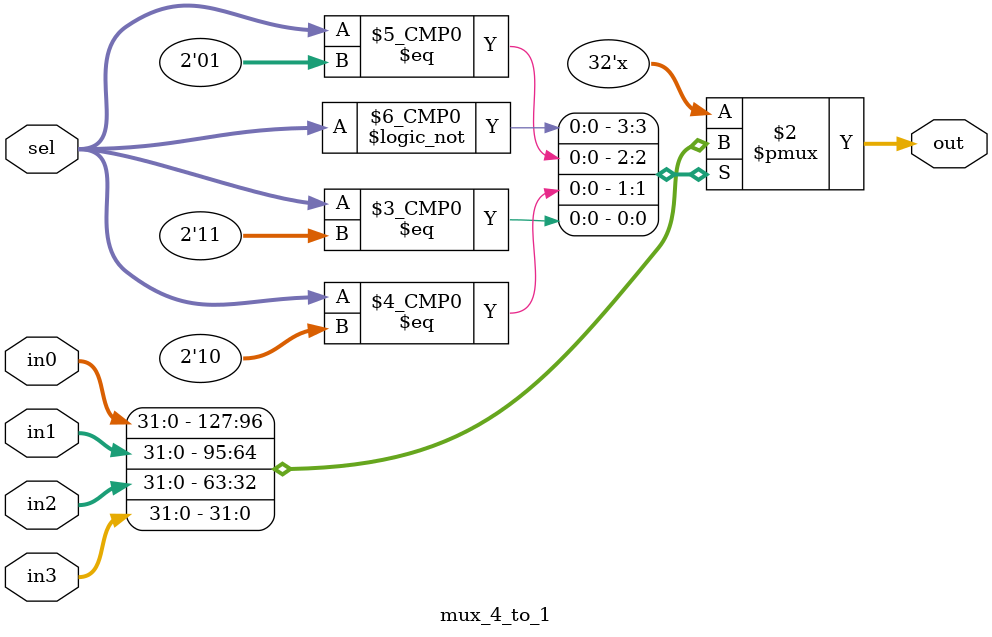
<source format=v>
module mux_4_to_1 #(
    parameter WIDTH = 32
) (
    input   wire [1:0]          sel,
    input   wire [WIDTH-1: 0]   in0,
    input   wire [WIDTH-1: 0]   in1,
    input   wire [WIDTH-1: 0]   in2,
    input   wire [WIDTH-1: 0]   in3,
    output  reg  [WIDTH-1: 0 ]  out
);
    
    always @(*) begin
        case (sel)
            2'b00: out = in0; 
            2'b01: out = in1; 
            2'b10: out = in2; 
            2'b11: out = in3; 
        endcase
    end
endmodule
</source>
